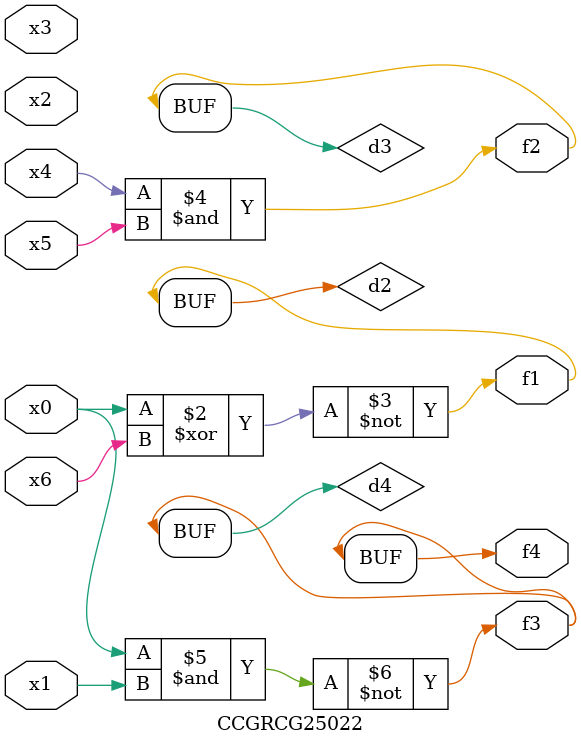
<source format=v>
module CCGRCG25022(
	input x0, x1, x2, x3, x4, x5, x6,
	output f1, f2, f3, f4
);

	wire d1, d2, d3, d4;

	nor (d1, x0);
	xnor (d2, x0, x6);
	and (d3, x4, x5);
	nand (d4, x0, x1);
	assign f1 = d2;
	assign f2 = d3;
	assign f3 = d4;
	assign f4 = d4;
endmodule

</source>
